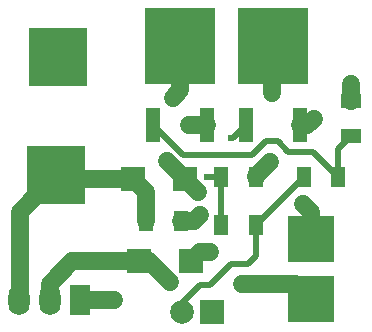
<source format=gtl>
G04 Layer: TopLayer*
G04 EasyEDA v6.5.34, 2023-10-05 20:18:03*
G04 Gerber Generator version 0.2*
G04 Scale: 100 percent, Rotated: No, Reflected: No *
G04 Dimensions in millimeters *
G04 leading zeros omitted , absolute positions ,4 integer and 5 decimal *
%FSLAX45Y45*%
%MOMM*%

%AMMACRO1*21,1,$1,$2,0,0,$3*%
%ADD10C,1.5000*%
%ADD11C,0.5000*%
%ADD12R,1.2000X3.0000*%
%ADD13R,6.0000X6.5000*%
%ADD14MACRO1,1.701X1.2075X-90.0000*%
%ADD15MACRO1,1.701X1.2075X0.0000*%
%ADD16R,1.7010X1.2075*%
%ADD17R,2.0000X2.0000*%
%ADD18O,1.7999964X2.5999948*%
%ADD19R,1.8000X2.6000*%
%ADD20R,5.0000X5.0000*%
%ADD21C,2.0000*%
%ADD22R,4.0000X4.0000*%
%ADD23C,0.6200*%

%LPD*%
D10*
X1327150Y12693624D02*
G01*
X1015987Y12382461D01*
X1015987Y11633695D01*
X1327150Y12693624D02*
G01*
X1358874Y12661900D01*
X1977090Y12661900D01*
X1977090Y12661900D02*
G01*
X2087326Y12551663D01*
X2087326Y12306300D01*
X2027890Y11963400D02*
G01*
X1460500Y11963400D01*
X1270012Y11772912D01*
X1270012Y11632704D01*
X2603398Y13115048D02*
G01*
X2451100Y13115048D01*
X3018083Y12674600D02*
G01*
X3018083Y12682783D01*
X3136900Y12801600D01*
X3390798Y13115048D02*
G01*
X3450348Y13115048D01*
X3505200Y13169900D01*
X3822700Y13317771D02*
G01*
X3822700Y13462000D01*
D11*
X3018083Y12268200D02*
G01*
X3018083Y12009683D01*
X2946400Y11938000D01*
X2806700Y11938000D01*
X2628900Y11760200D01*
X2540000Y11760200D01*
X2387605Y11607805D01*
X2387605Y11531597D01*
X3420872Y12674600D02*
G01*
X3236213Y12490195D01*
X3018027Y12271755D01*
X3018027Y12268200D01*
X3822700Y13022013D02*
G01*
X3716578Y12915892D01*
X3716578Y12674574D01*
X3716578Y12674574D02*
G01*
X3500653Y12890500D01*
X3289300Y12890500D01*
X3200400Y12979400D01*
X3098800Y12979400D01*
X2984500Y12865100D01*
X2396350Y12865100D01*
X2146401Y13115048D01*
X2933801Y13115048D02*
G01*
X2823552Y13004800D01*
X2806700Y13004800D01*
X2603500Y12674600D02*
G01*
X2722326Y12674600D01*
X2722326Y12674600D02*
G01*
X2722326Y12268200D01*
D10*
X2467894Y11963400D02*
G01*
X2544094Y12039600D01*
X2628900Y12039600D01*
X1524012Y11632704D02*
G01*
X1524507Y11633200D01*
X1816100Y11633200D01*
X2540000Y12357100D02*
G01*
X2489200Y12306300D01*
X2383083Y12306300D01*
X2311400Y13347700D02*
G01*
X2374900Y13411200D01*
X2374900Y13783551D01*
X3162300Y13783551D02*
G01*
X3149600Y13770851D01*
X3149600Y13385800D01*
X2260600Y12814300D02*
G01*
X2413000Y12661900D01*
X2417094Y12661900D01*
X2417094Y12661900D02*
G01*
X2527300Y12551694D01*
X2527300Y12547600D01*
X3416300Y12446000D02*
G01*
X3479800Y12382500D01*
X3479800Y12153874D01*
X3479800Y11645874D02*
G01*
X3352774Y11772900D01*
X2895600Y11772900D01*
X2286000Y11785600D02*
G01*
X2108200Y11963400D01*
X2027890Y11963400D01*
D12*
G01*
X2603398Y13115061D03*
G01*
X2146401Y13115061D03*
D13*
G01*
X2374900Y13783538D03*
D12*
G01*
X3390798Y13115061D03*
G01*
X2933801Y13115061D03*
D13*
G01*
X3162300Y13783538D03*
D14*
G01*
X2722323Y12674600D03*
G01*
X3018076Y12674600D03*
G01*
X2722323Y12268200D03*
G01*
X3018076Y12268200D03*
G01*
X3420816Y12674574D03*
G01*
X3716568Y12674574D03*
D15*
G01*
X3822700Y13022023D03*
D16*
G01*
X3822700Y13317778D03*
D14*
G01*
X2087323Y12306300D03*
G01*
X2383076Y12306300D03*
D17*
G01*
X2467889Y11963400D03*
G01*
X2027910Y11963400D03*
G01*
X2417089Y12661900D03*
G01*
X1977110Y12661900D03*
D18*
G01*
X1270000Y11632692D03*
G01*
X1015974Y11633682D03*
D19*
G01*
X1524000Y11632692D03*
D20*
G01*
X1327150Y12693624D03*
G01*
X1339850Y13696924D03*
D17*
G01*
X2641600Y11531600D03*
D21*
G01*
X2387600Y11531600D03*
D22*
G01*
X3479800Y11645874D03*
G01*
X3479800Y12153874D03*
D23*
G01*
X2451100Y13115036D03*
G01*
X3136900Y12801600D03*
G01*
X3505200Y13169900D03*
G01*
X3822700Y13462000D03*
G01*
X2806700Y13004800D03*
G01*
X2603500Y12674600D03*
G01*
X2628900Y12039600D03*
G01*
X1816100Y11633200D03*
G01*
X2540000Y12357100D03*
G01*
X2311400Y13347700D03*
G01*
X3149600Y13385800D03*
G01*
X2260600Y12814300D03*
G01*
X2527300Y12547600D03*
G01*
X3416300Y12446000D03*
G01*
X2895600Y11772900D03*
G01*
X2286000Y11785600D03*
M02*

</source>
